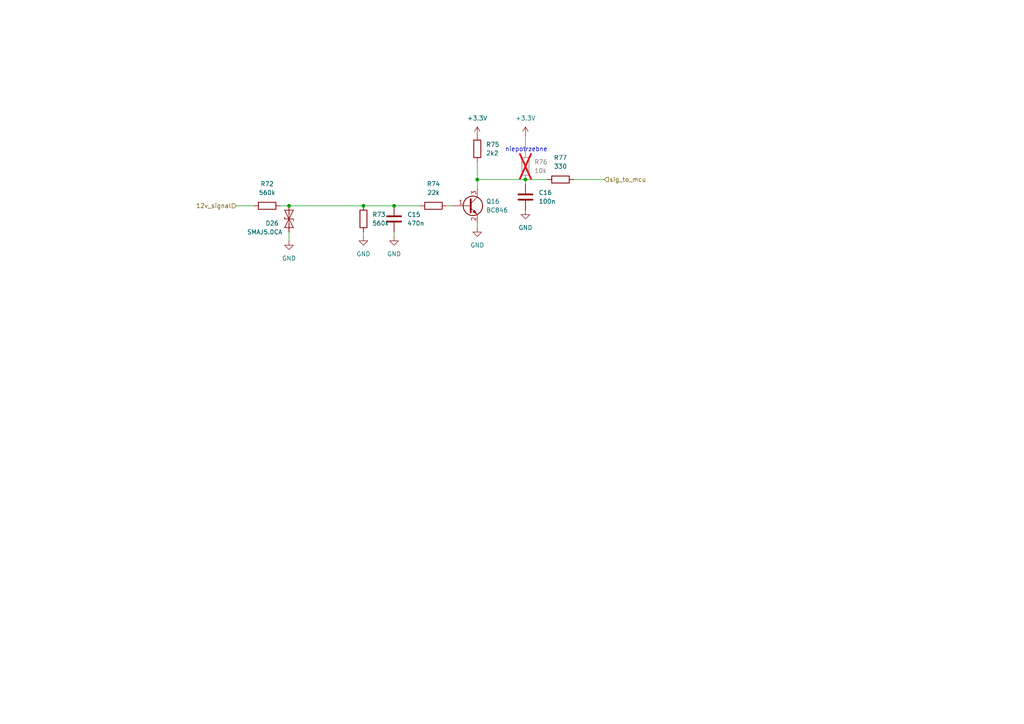
<source format=kicad_sch>
(kicad_sch (version 20231120) (generator "eeschema") (generator_version "8.0")
  (paper "A4")
  (title_block (title "RPM meter LED") (date "2024-11-26") (rev "v1.0") (company "STAPsystem"))
  (lib_symbols
    (symbol "Device:C" (pin_numbers hide) (pin_names (offset 0.254))
      (property "Reference" "C" (at 0.635 2.54 0))
      (property "Value" "C" (at 0.635 -2.54 0))
      (symbol "C_0_1"
        (polyline (pts (xy -2.032 -0.762) (xy 2.032 -0.762)) (stroke (width 0.508)))
        (polyline (pts (xy -2.032 0.762) (xy 2.032 0.762)) (stroke (width 0.508)))
      )
      (symbol "C_1_1"
        (pin passive line (at 0 3.81 270) (length 2.794) (name "~") (number "1"))
        (pin passive line (at 0 -3.81 90) (length 2.794) (name "~") (number "2"))
      )
    )
    (symbol "Device:R" (pin_numbers hide) (pin_names (offset 0))
      (property "Reference" "R" (at 2.032 0 90))
      (property "Value" "R" (at 0 0 90))
      (symbol "R_0_1"
        (rectangle (start -1.016 -2.54) (end 1.016 2.54) (stroke (width 0.254)))
      )
      (symbol "R_1_1"
        (pin passive line (at 0 3.81 270) (length 1.27) (name "~") (number "1"))
        (pin passive line (at 0 -3.81 90) (length 1.27) (name "~") (number "2"))
      )
    )
    (symbol "Diode:SMAJ5.0CA" (pin_numbers hide) (pin_names (offset 1.016) hide)
      (property "Reference" "D" (at 0 2.54 0))
      (property "Value" "SMAJ5.0CA" (at 0 -2.54 0))
      (symbol "SMAJ5.0CA_0_1"
        (polyline (pts (xy 1.27 0) (xy -1.27 0)))
        (polyline (pts (xy -2.54 -1.27) (xy 0 0) (xy -2.54 1.27) (xy -2.54 -1.27)) (stroke (width 0.2032)))
        (polyline (pts (xy 0.508 1.27) (xy 0 1.27) (xy 0 -1.27) (xy -0.508 -1.27)) (stroke (width 0.2032)))
        (polyline (pts (xy 2.54 1.27) (xy 2.54 -1.27) (xy 0 0) (xy 2.54 1.27)) (stroke (width 0.2032)))
      )
      (symbol "SMAJ5.0CA_1_1"
        (pin passive line (at -3.81 0 0) (length 2.54) (name "A1") (number "1"))
        (pin passive line (at 3.81 0 180) (length 2.54) (name "A2") (number "2"))
      )
    )
    (symbol "Transistor_BJT:BC846" (pin_names (offset 0) hide)
      (property "Reference" "Q" (at 5.08 1.905 0))
      (property "Value" "BC846" (at 5.08 0 0))
      (symbol "BC846_0_1"
        (polyline (pts (xy 0.635 0.635) (xy 2.54 2.54)))
        (polyline (pts (xy 0.635 -0.635) (xy 2.54 -2.54) (xy 2.54 -2.54)))
        (polyline (pts (xy 0.635 1.905) (xy 0.635 -1.905) (xy 0.635 -1.905)) (stroke (width 0.508)))
        (polyline (pts (xy 1.27 -1.778) (xy 1.778 -1.27) (xy 2.286 -2.286) (xy 1.27 -1.778) (xy 1.27 -1.778)) (fill (type outline)))
        (circle (center 1.27 0) (radius 2.8194) (stroke (width 0.254)))
      )
      (symbol "BC846_1_1"
        (pin input line (at -5.08 0 0) (length 5.715) (name "B") (number "1"))
        (pin passive line (at 2.54 -5.08 90) (length 2.54) (name "E") (number "2"))
        (pin passive line (at 2.54 5.08 270) (length 2.54) (name "C") (number "3"))
      )
    )
    (symbol "power:+3.3V" (power) (pin_numbers hide) (pin_names (offset 0) hide)
      (property "Value" "+3.3V" (at 0 3.556 0))
      (symbol "+3.3V_0_1"
        (polyline (pts (xy -0.762 1.27) (xy 0 2.54)))
        (polyline (pts (xy 0 0) (xy 0 2.54)))
        (polyline (pts (xy 0 2.54) (xy 0.762 1.27)))
      )
      (symbol "+3.3V_1_1"
        (pin power_in line (at 0 0 90) (length 0) (name "~") (number "1"))
      )
    )
    (symbol "power:GND" (power) (pin_numbers hide) (pin_names (offset 0) hide)
      (property "Value" "GND" (at 0 -3.81 0))
      (symbol "GND_0_1"
        (polyline (pts (xy 0 0) (xy 0 -1.27) (xy 1.27 -1.27) (xy 0 -2.54) (xy -1.27 -1.27) (xy 0 -1.27)))
      )
      (symbol "GND_1_1"
        (pin power_in line (at 0 0 270) (length 0) (name "~") (number "1"))
      )
    )
  )
  (junction (at 83.82 59.69))
  (junction (at 114.3 59.69))
  (junction (at 138.43 52.07))
  (junction (at 105.41 59.69))
  (junction (at 152.4 52.07))
  (wire (pts (xy 166.37 52.07) (xy 175.26 52.07)))
  (wire (pts (xy 152.4 52.07) (xy 152.4 53.34)))
  (wire (pts (xy 138.43 52.07) (xy 152.4 52.07)))
  (wire (pts (xy 68.58 59.69) (xy 73.66 59.69)))
  (wire (pts (xy 105.41 59.69) (xy 114.3 59.69)))
  (wire (pts (xy 138.43 46.99) (xy 138.43 52.07)))
  (wire (pts (xy 83.82 59.69) (xy 105.41 59.69)))
  (wire (pts (xy 138.43 64.77) (xy 138.43 66.04)))
  (wire (pts (xy 114.3 59.69) (xy 121.92 59.69)))
  (wire (pts (xy 129.54 59.69) (xy 130.81 59.69)))
  (wire (pts (xy 83.82 69.85) (xy 83.82 67.31)))
  (wire (pts (xy 81.28 59.69) (xy 83.82 59.69)))
  (wire (pts (xy 152.4 52.07) (xy 158.75 52.07)))
  (wire (pts (xy 152.4 39.37) (xy 152.4 44.45)))
  (wire (pts (xy 114.3 67.31) (xy 114.3 68.58)))
  (wire (pts (xy 138.43 52.07) (xy 138.43 54.61)))
  (wire (pts (xy 105.41 67.31) (xy 105.41 68.58)))
  (text "niepotrzebne" (at 152.654 43.434 0) (effects (font (size 1.27 1.27))))
  (hierarchical_label "sig_to_mcu" (shape input) (at 175.26 52.07 0))
  (hierarchical_label "12v_signal" (shape input) (at 68.58 59.69 180))
  (symbol (lib_id "Device:C") (at 114.3 63.5 0) (unit 1)
    (property "Reference" "C15" (at 118.11 62.2299 0) (effects (justify left)))
    (property "Value" "470n" (at 118.11 64.7699 0) (effects (justify left)))
    (property "Footprint" "Capacitor_SMD:C_0603_1608Metric" (effects (hide yes)))
    (property "Description" "Unpolarized capacitor" (effects (hide yes)))
    (instances (project "rpm_meter" (path "" (reference "C15") (unit 1)) (path "" (reference "C13") (unit 1)) (path "" (reference "C1") (unit 1))))
  )
  (symbol (lib_id "Device:R") (at 105.41 63.5 180) (unit 1)
    (property "Reference" "R73" (at 107.95 62.2299 0) (effects (justify right)))
    (property "Value" "560k" (at 107.95 64.7699 0) (effects (justify right)))
    (property "Footprint" "Resistor_SMD:R_0603_1608Metric" (effects (hide yes)))
    (property "Description" "Resistor" (effects (hide yes)))
    (instances (project "rpm_meter" (path "" (reference "R73") (unit 1)) (path "" (reference "R67") (unit 1)) (path "" (reference "R2") (unit 1))))
  )
  (symbol (lib_id "Device:R") (at 125.73 59.69 90) (unit 1)
    (property "Reference" "R74" (at 125.73 53.34 90))
    (property "Value" "22k" (at 125.73 55.88 90))
    (property "Footprint" "Resistor_SMD:R_0603_1608Metric" (effects (hide yes)))
    (property "Description" "Resistor" (effects (hide yes)))
    (instances (project "rpm_meter" (path "" (reference "R74") (unit 1)) (path "" (reference "R68") (unit 1)) (path "" (reference "R3") (unit 1))))
  )
  (symbol (lib_id "power:GND") (at 152.4 60.96 0) (unit 1)
    (property "Reference" "#PWR068" (effects (hide yes)))
    (property "Value" "GND" (at 152.4 66.04 0))
    (property "Description" "Power symbol creates a global label with name \"GND\" , ground" (effects (hide yes)))
    (instances (project "rpm_meter" (path "" (reference "#PWR068") (unit 1)) (path "" (reference "#PWR061") (unit 1)) (path "" (reference "#PWR07") (unit 1))))
  )
  (symbol (lib_id "Diode:SMAJ5.0CA") (at 83.82 63.5 90) (unit 1)
    (property "Reference" "D26" (at 76.962 64.77 90) (effects (justify right)))
    (property "Value" "SMAJ5.0CA" (at 71.628 67.31 90) (effects (justify right)))
    (property "Footprint" "Diode_SMD:D_SMA" (effects (hide yes)))
    (property "Datasheet" "https://www.littelfuse.com/media?resourcetype=datasheets&itemid=75e32973-b177-4ee3-a0ff-cedaf1abdb93&filename=smaj-datasheet" (effects (hide yes)))
    (property "Description" "400W bidirectional Transient Voltage Suppressor, 5.0Vr, SMA(DO-214AC)" (effects (hide yes)))
    (instances (project "rpm_meter" (path "" (reference "D26") (unit 1)) (path "" (reference "D25") (unit 1)) (path "" (reference "D24") (unit 1))))
  )
  (symbol (lib_id "power:GND") (at 105.41 68.58 0) (unit 1)
    (property "Reference" "#PWR063" (effects (hide yes)))
    (property "Value" "GND" (at 105.41 73.66 0))
    (property "Description" "Power symbol creates a global label with name \"GND\" , ground" (effects (hide yes)))
    (instances (project "rpm_meter" (path "" (reference "#PWR063") (unit 1)) (path "" (reference "#PWR056") (unit 1)) (path "" (reference "#PWR02") (unit 1))))
  )
  (symbol (lib_id "Device:R") (at 152.4 48.26 0) (unit 1) (in_bom no) (dnp yes)
    (property "Reference" "R76" (at 154.94 46.9899 0) (effects (justify left)))
    (property "Value" "10k" (at 154.94 49.5299 0) (effects (justify left)))
    (property "Footprint" "Resistor_SMD:R_0603_1608Metric" (effects (hide yes)))
    (property "Description" "Resistor" (effects (hide yes)))
    (instances (project "rpm_meter" (path "" (reference "R76") (unit 1)) (path "" (reference "R70") (unit 1)) (path "" (reference "R5") (unit 1))))
  )
  (symbol (lib_id "Device:R") (at 138.43 43.18 180) (unit 1)
    (property "Reference" "R75" (at 140.97 41.9099 0) (effects (justify right)))
    (property "Value" "2k2" (at 140.97 44.4499 0) (effects (justify right)))
    (property "Footprint" "Resistor_SMD:R_0603_1608Metric" (effects (hide yes)))
    (property "Description" "Resistor" (effects (hide yes)))
    (instances (project "rpm_meter" (path "" (reference "R75") (unit 1)) (path "" (reference "R69") (unit 1)) (path "" (reference "R4") (unit 1))))
  )
  (symbol (lib_id "power:GND") (at 83.82 69.85 0) (unit 1)
    (property "Reference" "#PWR094" (effects (hide yes)))
    (property "Value" "GND" (at 83.82 74.93 0))
    (property "Description" "Power symbol creates a global label with name \"GND\" , ground" (effects (hide yes)))
    (instances (project "rpm_meter" (path "" (reference "#PWR094") (unit 1)) (path "" (reference "#PWR093") (unit 1)) (path "" (reference "#PWR092") (unit 1))))
  )
  (symbol (lib_id "Device:R") (at 162.56 52.07 90) (unit 1)
    (property "Reference" "R77" (at 162.56 45.72 90))
    (property "Value" "330" (at 162.56 48.26 90))
    (property "Footprint" "Resistor_SMD:R_0603_1608Metric" (effects (hide yes)))
    (property "Description" "Resistor" (effects (hide yes)))
    (instances (project "rpm_meter" (path "" (reference "R77") (unit 1)) (path "" (reference "R71") (unit 1)) (path "" (reference "R6") (unit 1))))
  )
  (symbol (lib_id "power:+3.3V") (at 138.43 39.37 0) (unit 1)
    (property "Reference" "#PWR065" (effects (hide yes)))
    (property "Value" "+3.3V" (at 138.43 34.29 0))
    (property "Description" "Power symbol creates a global label with name \"+3.3V\"" (effects (hide yes)))
    (instances (project "rpm_meter" (path "" (reference "#PWR065") (unit 1)) (path "" (reference "#PWR058") (unit 1)) (path "" (reference "#PWR04") (unit 1))))
  )
  (symbol (lib_id "power:GND") (at 138.43 66.04 0) (unit 1)
    (property "Reference" "#PWR066" (effects (hide yes)))
    (property "Value" "GND" (at 138.43 71.12 0))
    (property "Description" "Power symbol creates a global label with name \"GND\" , ground" (effects (hide yes)))
    (instances (project "rpm_meter" (path "" (reference "#PWR066") (unit 1)) (path "" (reference "#PWR059") (unit 1)) (path "" (reference "#PWR05") (unit 1))))
  )
  (symbol (lib_id "Device:C") (at 152.4 57.15 0) (unit 1)
    (property "Reference" "C16" (at 156.21 55.8799 0) (effects (justify left)))
    (property "Value" "100n" (at 156.21 58.4199 0) (effects (justify left)))
    (property "Footprint" "Capacitor_SMD:C_0603_1608Metric" (effects (hide yes)))
    (property "Description" "Unpolarized capacitor" (effects (hide yes)))
    (instances (project "rpm_meter" (path "" (reference "C16") (unit 1)) (path "" (reference "C14") (unit 1)) (path "" (reference "C2") (unit 1))))
  )
  (symbol (lib_id "power:+3.3V") (at 152.4 39.37 0) (unit 1)
    (property "Reference" "#PWR067" (effects (hide yes)))
    (property "Value" "+3.3V" (at 152.4 34.29 0))
    (property "Description" "Power symbol creates a global label with name \"+3.3V\"" (effects (hide yes)))
    (instances (project "rpm_meter" (path "" (reference "#PWR067") (unit 1)) (path "" (reference "#PWR060") (unit 1)) (path "" (reference "#PWR06") (unit 1))))
  )
  (symbol (lib_id "Device:R") (at 77.47 59.69 90) (unit 1)
    (property "Reference" "R72" (at 77.47 53.34 90))
    (property "Value" "560k" (at 77.47 55.88 90))
    (property "Footprint" "Resistor_SMD:R_2512_6332Metric" (effects (hide yes)))
    (property "Description" "Resistor" (effects (hide yes)))
    (instances (project "rpm_meter" (path "" (reference "R72") (unit 1)) (path "" (reference "R66") (unit 1)) (path "" (reference "R1") (unit 1))))
  )
  (symbol (lib_id "Transistor_BJT:BC846") (at 135.89 59.69 0) (unit 1)
    (property "Reference" "Q16" (at 140.97 58.4199 0) (effects (justify left)))
    (property "Value" "BC846" (at 140.97 60.9599 0) (effects (justify left)))
    (property "Footprint" "Package_TO_SOT_SMD:SOT-23" (effects (hide yes)))
    (property "Datasheet" "https://assets.nexperia.com/documents/data-sheet/BC846_SER.pdf" (effects (hide yes)))
    (property "Description" "0.1A Ic, 65V Vce, NPN Transistor, SOT-23" (effects (hide yes)))
    (instances (project "rpm_meter" (path "" (reference "Q16") (unit 1)) (path "" (reference "Q15") (unit 1)) (path "" (reference "Q1") (unit 1))))
  )
  (symbol (lib_id "power:GND") (at 114.3 68.58 0) (unit 1)
    (property "Reference" "#PWR064" (effects (hide yes)))
    (property "Value" "GND" (at 114.3 73.66 0))
    (property "Description" "Power symbol creates a global label with name \"GND\" , ground" (effects (hide yes)))
    (instances (project "rpm_meter" (path "" (reference "#PWR064") (unit 1)) (path "" (reference "#PWR057") (unit 1)) (path "" (reference "#PWR03") (unit 1))))
  )
)
</source>
